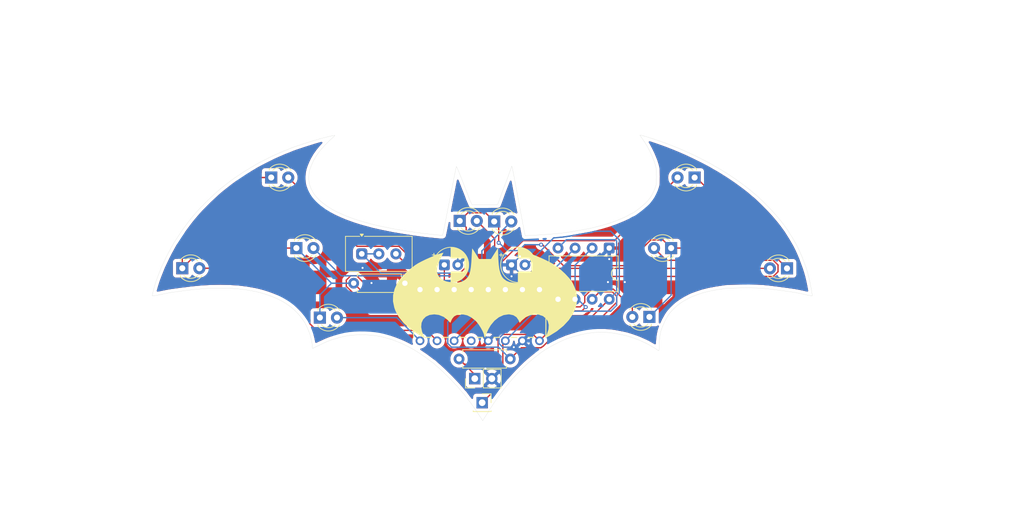
<source format=kicad_pcb>
(kicad_pcb (version 20241229) (generator "pcbnew") (generator_version "9.0")
  (layers (0 "F.Cu" signal) (2 "B.Cu" signal) (13 "F.Paste" user) (15 "B.Paste" user) (5 "F.SilkS" user "F.Silkscreen") (7 "B.SilkS" user "B.Silkscreen") (1 "F.Mask" user) (3 "B.Mask" user) (25 "Edge.Cuts" user))
  (net 0 "")
  (net 1 "GND")
  (net 2 "TR")
  (net 3 "Net-(U1-CV)")
  (net 4 "Net-(D1-A)")
  (net 5 "Net-(D1-K)")
  (net 6 "Net-(D2-A)")
  (net 7 "Net-(D5-A)")
  (net 8 "Net-(D6-A)")
  (net 9 "Net-(D7-A)")
  (net 10 "Net-(D8-A)")
  (net 11 "Net-(D9-A)")
  (net 12 "Net-(D10-A)")
  (net 13 "Net-(D11-A)")
  (net 14 "Net-(D12-A)")
  (net 15 "Net-(U1-DIS)")
  (net 16 "+5V")
  (net 17 "OUT")
  (footprint "LED_THT:LED_D3.0mm" (layer "F.Cu") (at 188.278618 102.766645 180)
    (property "Reference" "D12" (hide yes))
    (property "Value" "LED")
  )
  (footprint "Resistor_THT:R_Axial_DIN0207_L6.3mm_D2.5mm_P7.62mm_Horizontal" (layer "F.Cu") (at 123.788618 104.976645)
    (property "Reference" "R4" (hide yes))
    (property "Value" "470")
  )
  (footprint "LED_THT:LED_D3.0mm" (layer "F.Cu") (at 115.258618 99.746645)
    (property "Reference" "D2" (hide yes))
    (property "Value" "LED")
  )
  (footprint "LED_THT:LED_D3.0mm" (layer "F.Cu") (at 171.028618 99.746645 180)
    (property "Reference" "D10" (hide yes))
    (property "Value" "LED")
  )
  (footprint "Connector_PinHeader_2.54mm:PinHeader_1x02_P2.54mm_Vertical" (layer "F.Cu") (at 141.808618 119.176645 90)
    (property "Reference" "J1" (hide yes))
    (property "Value" "Conn_01x02_Socket")
  )
  (footprint "Potentiometer_THT:Potentiometer_Vishay_T93YA_Vertical" (layer "F.Cu") (at 124.988618 100.609145)
    (property "Reference" "RV1" (hide yes))
    (property "Value" "50k")
  )
  (footprint "LED_THT:LED_D3.0mm" (layer "F.Cu") (at 111.508618 89.246645)
    (property "Reference" "D9" (hide yes))
    (property "Value" "LED")
  )
  (footprint "LED_THT:LED_D3.0mm" (layer "F.Cu") (at 118.758618 110.096645)
    (property "Reference" "D5" (hide yes))
    (property "Value" "LED")
  )
  (footprint "Capacitor_THT:CP_Radial_D5.0mm_P2.00mm" (layer "F.Cu") (at 137.278618 102.246645)
    (property "Reference" "C3" (hide yes))
    (property "Value" "1 uF")
  )
  (footprint "Package_DIP:DIP-8_W7.62mm" (layer "F.Cu") (at 161.818618 99.746645 -90)
    (property "Reference" "U1" (hide yes))
    (property "Value" "NE555P")
  )
  (footprint "LED_THT:LED_D3.0mm" (layer "F.Cu") (at 174.528618 89.246645 180)
    (property "Reference" "D7" (hide yes))
    (property "Value" "LED")
  )
  (footprint "Capacitor_THT:CP_Radial_D5.0mm_P2.00mm" (layer "F.Cu") (at 147.278618 102.246645)
    (property "Reference" "C4" (hide yes))
    (property "Value" "0.01 uF")
  )
  (footprint "Connector_PinSocket_2.54mm:PinSocket_1x01_P2.54mm_Vertical" (layer "F.Cu") (at 142.908618 122.756645)
    (property "Reference" "TP3" (hide yes))
    (property "Value" "TestPoint")
  )
  (footprint "LOGO" (layer "F.Cu") (at 143.329628 106.634587)
    (property "Reference" "G***")
    (property "Value" "LOGO" (hide yes))
  )
  (footprint "LED_THT:LED_D3.0mm" (layer "F.Cu") (at 144.698618 95.786645)
    (property "Reference" "D1" (hide yes))
    (property "Value" "LED")
  )
  (footprint "LED_THT:LED_D3.0mm" (layer "F.Cu") (at 98.278618 102.746645)
    (property "Reference" "D8" (hide yes))
    (property "Value" "LED")
  )
  (footprint "Resistor_THT:R_Axial_DIN0207_L6.3mm_D2.5mm_P7.62mm_Horizontal" (layer "F.Cu") (at 139.468618 116.246645)
    (property "Reference" "R1" (hide yes))
    (property "Value" "1k")
  )
  (footprint "LED_THT:LED_D3.0mm" (layer "F.Cu") (at 139.568618 95.706645)
    (property "Reference" "D11" (hide yes))
    (property "Value" "LED")
  )
  (footprint "LED_THT:LED_D3.0mm" (layer "F.Cu") (at 167.798618 109.996645 180)
    (property "Reference" "D6" (hide yes))
    (property "Value" "LED")
  )
  (footprint "Custom_Imports:N16" (layer "F.Cu") (at 133.658618 113.546645 -90)
    (property "Reference" "U2")
    (property "Value" "4017")
  )
  (gr_poly (pts (xy 131.368618 104.376645) (xy 131.548618 103.286645) (xy 133.088618 104.756645) (xy 134.168618 105.676645) (xy 132.808618 106.026645) (xy 131.768618 105.516645)) (stroke (width 0.2)) (fill yes) (layer "F.Cu") (net 1))
  (gr_line (start 161.628618 104.806645) (end 164.138618 104.806645) (stroke (width 0.508)) (layer "F.Cu") (net 1))
  (gr_line (start 147.33441 87.590334) (end 147.300471 87.571535) (stroke (width 0.03)) (layer "Edge.Cuts"))
  (gr_line (start 100.43001 94.341875) (end 100.032278 94.810818) (stroke (width 0.03)) (layer "Edge.Cuts"))
  (gr_line (start 131.905217 114.412413) (end 132.623942 114.806313) (stroke (width 0.03)) (layer "Edge.Cuts"))
  (gr_line (start 189.97688 99.830575) (end 189.689506 99.259636) (stroke (width 0.03)) (layer "Edge.Cuts"))
  (gr_line (start 99.746371 105.947225) (end 101.20771 105.807675) (stroke (width 0.03)) (layer "Edge.Cuts"))
  (gr_line (start 146.235383 90.498106) (end 145.914602 91.342286) (stroke (width 0.03)) (layer "Edge.Cuts"))
  (gr_line (start 117.793074 91.545135) (end 117.58564 91.173734) (stroke (width 0.03)) (layer "Edge.Cuts"))
  (gr_line (start 94.716954 103.75374) (end 94.428188 104.521032) (stroke (width 0.03)) (layer "Edge.Cuts"))
  (gr_line (start 189.072404 98.187167) (end 188.755063 97.684459) (stroke (width 0.03)) (layer "Edge.Cuts"))
  (gr_line (start 139.903053 121.161376) (end 140.025364 121.312242) (stroke (width 0.03)) (layer "Edge.Cuts"))
  (gr_line (start 186.473401 94.652067) (end 185.711443 93.829539) (stroke (width 0.03)) (layer "Edge.Cuts"))
  (gr_line (start 177.767144 105.966245) (end 179.143856 105.758648) (stroke (width 0.03)) (layer "Edge.Cuts"))
  (gr_line (start 124.771946 95.712306) (end 124.031112 95.473017) (stroke (width 0.03)) (layer "Edge.Cuts"))
  (gr_line (start 168.728844 90.577482) (end 168.56541 91.019122) (stroke (width 0.03)) (layer "Edge.Cuts"))
  (gr_line (start 162.580928 112.429433) (end 163.427596 112.590299) (stroke (width 0.03)) (layer "Edge.Cuts"))
  (gr_line (start 179.673023 88.850492) (end 178.400039 88.049459) (stroke (width 0.03)) (layer "Edge.Cuts"))
  (gr_line (start 177.640174 87.614146) (end 177.332464 87.43624) (stroke (width 0.03)) (layer "Edge.Cuts"))
  (gr_line (start 137.368449 96.186652) (end 137.176891 97.146878) (stroke (width 0.03)) (layer "Edge.Cuts"))
  (gr_line (start 167.419473 113.966663) (end 167.982718 114.284163) (stroke (width 0.03)) (layer "Edge.Cuts"))
  (gr_line (start 120.144606 113.532017) (end 120.565069 113.38315) (stroke (width 0.03)) (layer "Edge.Cuts"))
  (gr_line (start 96.490616 99.941409) (end 96.274136 100.328625) (stroke (width 0.03)) (layer "Edge.Cuts"))
  (gr_line (start 154.612706 113.618772) (end 155.490091 113.244985) (stroke (width 0.03)) (layer "Edge.Cuts"))
  (gr_line (start 117.665604 114.69178) (end 118.467133 114.289561) (stroke (width 0.03)) (layer "Edge.Cuts"))
  (gr_line (start 117.257616 112.556783) (end 117.389646 112.99574) (stroke (width 0.03)) (layer "Edge.Cuts"))
  (gr_line (start 174.963436 106.663788) (end 175.770463 106.398564) (stroke (width 0.03)) (layer "Edge.Cuts"))
  (gr_line (start 173.860017 107.098022) (end 174.283351 106.909692) (stroke (width 0.03)) (layer "Edge.Cuts"))
  (gr_line (start 165.804455 113.260119) (end 166.257012 113.438058) (stroke (width 0.03)) (layer "Edge.Cuts"))
  (gr_line (start 145.165566 122.084667) (end 145.463487 121.67488) (stroke (width 0.03)) (layer "Edge.Cuts"))
  (gr_line (start 146.533886 120.266925) (end 146.756454 119.999167) (stroke (width 0.03)) (layer "Edge.Cuts"))
  (gr_line (start 158.486486 112.453516) (end 159.432385 112.328203) (stroke (width 0.03)) (layer "Edge.Cuts"))
  (gr_line (start 106.097559 89.289268) (end 105.438007 89.767021) (stroke (width 0.03)) (layer "Edge.Cuts"))
  (gr_line (start 147.416828 87.897872) (end 147.33441 87.590334) (stroke (width 0.03)) (layer "Edge.Cuts"))
  (gr_line (start 103.922766 105.709382) (end 105.32087 105.73453) (stroke (width 0.03)) (layer "Edge.Cuts"))
  (gr_line (start 138.09313 119.160907) (end 139.17671 120.30265) (stroke (width 0.03)) (layer "Edge.Cuts"))
  (gr_line (start 97.025273 98.971267) (end 96.720645 99.518075) (stroke (width 0.03)) (layer "Edge.Cuts"))
  (gr_line (start 110.563812 86.611692) (end 109.867248 86.966936) (stroke (width 0.03)) (layer "Edge.Cuts"))
  (gr_line (start 115.56444 109.579339) (end 116.073797 110.210206) (stroke (width 0.03)) (layer "Edge.Cuts"))
  (gr_line (start 168.547392 114.601663) (end 168.857696 114.81333) (stroke (width 0.03)) (layer "Edge.Cuts"))
  (gr_line (start 184.702599 105.739914) (end 185.493859 105.819925) (stroke (width 0.03)) (layer "Edge.Cuts"))
  (gr_line (start 141.380223 93.276233) (end 141.268357 93.024879) (stroke (width 0.03)) (layer "Edge.Cuts"))
  (gr_line (start 173.217185 107.442775) (end 173.860017 107.098022) (stroke (width 0.03)) (layer "Edge.Cuts"))
  (gr_line (start 117.428501 87.608176) (end 117.634132 87.118482) (stroke (width 0.03)) (layer "Edge.Cuts"))
  (gr_line (start 130.688721 113.839874) (end 131.228947 114.073888) (stroke (width 0.03)) (layer "Edge.Cuts"))
  (gr_line (start 116.073797 110.210206) (end 116.476513 110.791661) (stroke (width 0.03)) (layer "Edge.Cuts"))
  (gr_line (start 110.859069 106.680547) (end 111.458766 106.893632) (stroke (width 0.03)) (layer "Edge.Cuts"))
  (gr_line (start 156.48412 112.91917) (end 157.493325 112.652926) (stroke (width 0.03)) (layer "Edge.Cuts"))
  (gr_line (start 112.151313 85.840961) (end 111.754941 86.014541) (stroke (width 0.03)) (layer "Edge.Cuts"))
  (gr_line (start 140.100803 121.375001) (end 140.171526 121.439903) (stroke (width 0.03)) (layer "Edge.Cuts"))
  (gr_line (start 184.777777 92.88713) (end 183.932754 92.080799) (stroke (width 0.03)) (layer "Edge.Cuts"))
  (gr_line (start 99.7161 95.181234) (end 99.435219 95.525193) (stroke (width 0.03)) (layer "Edge.Cuts"))
  (gr_line (start 136.069556 97.770713) (end 134.349869 97.589315) (stroke (width 0.03)) (layer "Edge.Cuts"))
  (gr_line (start 96.533941 106.368228) (end 98.022554 106.161873) (stroke (width 0.03)) (layer "Edge.Cuts"))
  (gr_line (start 188.755063 97.684459) (end 188.541703 97.344734) (stroke (width 0.03)) (layer "Edge.Cuts"))
  (gr_line (start 129.744211 96.892197) (end 127.894032 96.514206) (stroke (width 0.03)) (layer "Edge.Cuts"))
  (gr_line (start 181.346143 105.67795) (end 182.625352 105.668813) (stroke (width 0.03)) (layer "Edge.Cuts"))
  (gr_line (start 169.268749 113.790088) (end 169.32204 113.171193) (stroke (width 0.03)) (layer "Edge.Cuts"))
  (gr_line (start 155.622382 97.40273) (end 154.731784 97.522049) (stroke (width 0.03)) (layer "Edge.Cuts"))
  (gr_line (start 161.787919 96.056583) (end 160.616502 96.403848) (stroke (width 0.03)) (layer "Edge.Cuts"))
  (gr_line (start 145.463487 121.67488) (end 146.043315 120.882796) (stroke (width 0.03)) (layer "Edge.Cuts"))
  (gr_line (start 140.70871 122.164783) (end 141.033566 122.565627) (stroke (width 0.03)) (layer "Edge.Cuts"))
  (gr_line (start 136.433675 117.563973) (end 136.942934 118.031616) (stroke (width 0.03)) (layer "Edge.Cuts"))
  (gr_line (start 169.248856 114.376767) (end 169.268749 113.790088) (stroke (width 0.03)) (layer "Edge.Cuts"))
  (gr_line (start 136.016745 117.210245) (end 136.433675 117.563973) (stroke (width 0.03)) (layer "Edge.Cuts"))
  (gr_line (start 103.938978 90.941515) (end 103.386628 91.417117) (stroke (width 0.03)) (layer "Edge.Cuts"))
  (gr_line (start 122.15892 94.758218) (end 121.570486 94.491677) (stroke (width 0.03)) (layer "Edge.Cuts"))
  (gr_line (start 168.699845 87.455714) (end 168.781414 87.788551) (stroke (width 0.03)) (layer "Edge.Cuts"))
  (gr_line (start 163.427596 112.590299) (end 164.325757 112.778088) (stroke (width 0.03)) (layer "Edge.Cuts"))
  (gr_line (start 95.226066 102.483739) (end 94.716954 103.75374) (stroke (width 0.03)) (layer "Edge.Cuts"))
  (gr_line (start 178.400039 88.049459) (end 177.640174 87.614146) (stroke (width 0.03)) (layer "Edge.Cuts"))
  (gr_line (start 166.793944 113.679696) (end 167.419473 113.966663) (stroke (width 0.03)) (layer "Edge.Cuts"))
  (gr_line (start 173.719894 85.591035) (end 172.634849 85.10649) (stroke (width 0.03)) (layer "Edge.Cuts"))
  (gr_line (start 171.517891 84.640558) (end 170.410527 84.209969) (stroke (width 0.03)) (layer "Edge.Cuts"))
  (gr_line (start 95.932345 106.480484) (end 96.533941 106.368228) (stroke (width 0.03)) (layer "Edge.Cuts"))
  (gr_line (start 131.042575 97.111001) (end 129.744211 96.892197) (stroke (width 0.03)) (layer "Edge.Cuts"))
  (gr_line (start 162.71322 95.737706) (end 161.787919 96.056583) (stroke (width 0.03)) (layer "Edge.Cuts"))
  (gr_line (start 139.6027 120.785857) (end 139.903053 121.161376) (stroke (width 0.03)) (layer "Edge.Cuts"))
  (gr_line (start 188.541703 97.344734) (end 188.355912 97.050358) (stroke (width 0.03)) (layer "Edge.Cuts"))
  (gr_line (start 113.945097 85.087447) (end 113.416446 85.285811) (stroke (width 0.03)) (layer "Edge.Cuts"))
  (gr_line (start 158.956134 96.821917) (end 157.209883 97.136136) (stroke (width 0.03)) (layer "Edge.Cuts"))
  (gr_line (start 119.159588 93.019885) (end 118.825523 92.733848) (stroke (width 0.03)) (layer "Edge.Cuts"))
  (gr_line (start 142.63964 124.894914) (end 142.99196 125.450645) (stroke (width 0.03)) (layer "Edge.Cuts"))
  (gr_line (start 148.161763 91.821024) (end 147.792404 89.836648) (stroke (width 0.03)) (layer "Edge.Cuts"))
  (gr_line (start 124.031112 95.473017) (end 123.343195 95.22796) (stroke (width 0.03)) (layer "Edge.Cuts"))
  (gr_line (start 135.189816 116.545347) (end 135.538008 116.796436) (stroke (width 0.03)) (layer "Edge.Cuts"))
  (gr_line (start 136.955761 97.83366) (end 136.770841 97.83164) (stroke (width 0.03)) (layer "Edge.Cuts"))
  (gr_line (start 183.436723 91.666507) (end 183.2449 91.502889) (stroke (width 0.03)) (layer "Edge.Cuts"))
  (gr_line (start 183.7453 105.689505) (end 184.702599 105.739914) (stroke (width 0.03)) (layer "Edge.Cuts"))
  (gr_line (start 170.410527 84.209969) (end 169.354266 83.831449) (stroke (width 0.03)) (layer "Edge.Cuts"))
  (gr_line (start 189.689506 99.259636) (end 189.41795 98.785126) (stroke (width 0.03)) (layer "Edge.Cuts"))
  (gr_line (start 140.294478 90.577482) (end 139.935862 89.651439) (stroke (width 0.03)) (layer "Edge.Cuts"))
  (gr_line (start 190.270423 100.473973) (end 189.97688 99.830575) (stroke (width 0.03)) (layer "Edge.Cuts"))
  (gr_line (start 146.756454 119.999167) (end 147.081204 119.602291) (stroke (width 0.03)) (layer "Edge.Cuts"))
  (gr_line (start 136.942934 118.031616) (end 138.09313 119.160907) (stroke (width 0.03)) (layer "Edge.Cuts"))
  (gr_line (start 151.256755 115.622691) (end 151.838838 115.183641) (stroke (width 0.03)) (layer "Edge.Cuts"))
  (gr_line (start 119.894095 93.560802) (end 119.159588 93.019885) (stroke (width 0.03)) (layer "Edge.Cuts"))
  (gr_line (start 147.300471 87.571535) (end 147.288002 87.60695) (stroke (width 0.03)) (layer "Edge.Cuts"))
  (gr_line (start 111.458766 106.893632) (end 112.031991 107.121489) (stroke (width 0.03)) (layer "Edge.Cuts"))
  (gr_line (start 185.493859 105.819925) (end 186.76386 105.978252) (stroke (width 0.03)) (layer "Edge.Cuts"))
  (gr_line (start 186.76386 105.978252) (end 188.351361 106.188808) (stroke (width 0.03)) (layer "Edge.Cuts"))
  (gr_line (start 126.701951 96.24662) (end 125.618613 95.949426) (stroke (width 0.03)) (layer "Edge.Cuts"))
  (gr_line (start 165.327777 94.533344) (end 165.161835 94.599151) (stroke (width 0.03)) (layer "Edge.Cuts"))
  (gr_line (start 167.429436 92.85362) (end 167.136324 93.135619) (stroke (width 0.03)) (layer "Edge.Cuts"))
  (gr_line (start 169.234185 114.856279) (end 169.248856 114.376767) (stroke (width 0.03)) (layer "Edge.Cuts"))
  (gr_line (start 151.705253 97.774875) (end 150.163919 97.858714) (stroke (width 0.03)) (layer "Edge.Cuts"))
  (gr_line (start 168.300906 86.320756) (end 168.511038 86.847172) (stroke (width 0.03)) (layer "Edge.Cuts"))
  (gr_line (start 175.770463 106.398564) (end 176.673856 106.1728) (stroke (width 0.03)) (layer "Edge.Cuts"))
  (gr_line (start 98.89187 96.239568) (end 98.407252 96.891462) (stroke (width 0.03)) (layer "Edge.Cuts"))
  (gr_line (start 164.325757 112.778088) (end 165.041555 112.996118) (stroke (width 0.03)) (layer "Edge.Cuts"))
  (gr_line (start 138.080232 92.535399) (end 137.713096 94.413942) (stroke (width 0.03)) (layer "Edge.Cuts"))
  (gr_line (start 114.983819 108.991574) (end 115.56444 109.579339) (stroke (width 0.03)) (layer "Edge.Cuts"))
  (gr_line (start 138.369792 91.08019) (end 138.080232 92.535399) (stroke (width 0.03)) (layer "Edge.Cuts"))
  (gr_line (start 170.118363 110.600281) (end 170.530775 109.861983) (stroke (width 0.03)) (layer "Edge.Cuts"))
  (gr_line (start 191.7017 104.848513) (end 191.492867 103.938948) (stroke (width 0.03)) (layer "Edge.Cuts"))
  (gr_line (start 187.716361 96.167443) (end 187.241625 95.560548) (stroke (width 0.03)) (layer "Edge.Cuts"))
  (gr_line (start 139.065858 87.614146) (end 138.827065 88.728598) (stroke (width 0.03)) (layer "Edge.Cuts"))
  (gr_line (start 147.071361 88.239304) (end 146.783812 89.042897) (stroke (width 0.03)) (layer "Edge.Cuts"))
  (gr_line (start 94.428188 104.521032) (end 94.195936 105.261866) (stroke (width 0.03)) (layer "Edge.Cuts"))
  (gr_line (start 139.179536 87.799024) (end 139.101782 87.648046) (stroke (width 0.03)) (layer "Edge.Cuts"))
  (gr_line (start 179.932658 105.715263) (end 181.346143 105.67795) (stroke (width 0.03)) (layer "Edge.Cuts"))
  (gr_line (start 143.269984 124.987095) (end 143.671728 124.35982) (stroke (width 0.03)) (layer "Edge.Cuts"))
  (gr_line (start 153.326975 97.654376) (end 151.705253 97.774875) (stroke (width 0.03)) (layer "Edge.Cuts"))
  (gr_line (start 182.108937 90.577482) (end 181.541617 90.154148) (stroke (width 0.03)) (layer "Edge.Cuts"))
  (gr_line (start 170.530775 109.861983) (end 170.736465 109.552228) (stroke (width 0.03)) (layer "Edge.Cuts"))
  (gr_line (start 128.202324 113.010458) (end 129.362946 113.337874) (stroke (width 0.03)) (layer "Edge.Cuts"))
  (gr_line (start 166.584732 82.965102) (end 166.390931 82.939432) (stroke (width 0.03)) (layer "Edge.Cuts"))
  (gr_line (start 139.935862 89.651439) (end 139.414738 88.35498) (stroke (width 0.03)) (layer "Edge.Cuts"))
  (gr_line (start 148.891286 117.664819) (end 149.489909 117.08467) (stroke (width 0.03)) (layer "Edge.Cuts"))
  (gr_line (start 123.343195 95.22796) (end 122.697936 94.992494) (stroke (width 0.03)) (layer "Edge.Cuts"))
  (gr_line (start 149.113364 96.927486) (end 148.822692 95.366443) (stroke (width 0.03)) (layer "Edge.Cuts"))
  (gr_line (start 155.490091 113.244985) (end 156.48412 112.91917) (stroke (width 0.03)) (layer "Edge.Cuts"))
  (gr_line (start 118.825523 92.733848) (end 118.517533 92.44064) (stroke (width 0.03)) (layer "Edge.Cuts"))
  (gr_line (start 120.942471 82.967266) (end 120.622692 83.022154) (stroke (width 0.03)) (layer "Edge.Cuts"))
  (gr_line (start 191.31325 103.292785) (end 191.091546 102.599236) (stroke (width 0.03)) (layer "Edge.Cuts"))
  (gr_line (start 114.16236 108.315318) (end 114.540873 108.599745) (stroke (width 0.03)) (layer "Edge.Cuts"))
  (gr_line (start 169.400214 112.597303) (end 169.49476 112.145641) (stroke (width 0.03)) (layer "Edge.Cuts"))
  (gr_line (start 140.171526 121.439903) (end 140.282413 121.595928) (stroke (width 0.03)) (layer "Edge.Cuts"))
  (gr_line (start 179.143856 105.758648) (end 179.932658 105.715263) (stroke (width 0.03)) (layer "Edge.Cuts"))
  (gr_line (start 163.54343 95.397717) (end 162.71322 95.737706) (stroke (width 0.03)) (layer "Edge.Cuts"))
  (gr_line (start 117.099928 112.115805) (end 117.257616 112.556783) (stroke (width 0.03)) (layer "Edge.Cuts"))
  (gr_line (start 143.671728 124.35982) (end 143.7955 124.156779) (stroke (width 0.03)) (layer "Edge.Cuts"))
  (gr_line (start 120.565069 113.38315) (end 121.665306 113.058169) (stroke (width 0.03)) (layer "Edge.Cuts"))
  (gr_line (start 117.26693 90.44519) (end 117.194235 90.175582) (stroke (width 0.03)) (layer "Edge.Cuts"))
  (gr_line (start 121.120694 94.282973) (end 120.69736 94.044107) (stroke (width 0.03)) (layer "Edge.Cuts"))
  (gr_line (start 167.982718 114.284163) (end 168.547392 114.601663) (stroke (width 0.03)) (layer "Edge.Cuts"))
  (gr_line (start 192.007902 106.538895) (end 191.886898 105.789822) (stroke (width 0.03)) (layer "Edge.Cuts"))
  (gr_line (start 192.024151 106.87175) (end 192.031656 106.771349) (stroke (width 0.03)) (layer "Edge.Cuts"))
  (gr_line (start 167.136324 93.135619) (end 166.368203 93.787713) (stroke (width 0.03)) (layer "Edge.Cuts"))
  (gr_line (start 161.929745 112.337557) (end 162.580928 112.429433) (stroke (width 0.03)) (layer "Edge.Cuts"))
  (gr_line (start 102.551524 105.732102) (end 103.922766 105.709382) (stroke (width 0.03)) (layer "Edge.Cuts"))
  (gr_line (start 141.268357 93.024879) (end 140.963411 92.32278) (stroke (width 0.03)) (layer "Edge.Cuts"))
  (gr_line (start 119.569666 84.368534) (end 120.098793 83.831251) (stroke (width 0.03)) (layer "Edge.Cuts"))
  (gr_line (start 113.421314 107.829225) (end 113.791943 108.050682) (stroke (width 0.03)) (layer "Edge.Cuts"))
  (gr_line (start 139.17671 120.30265) (end 139.6027 120.785857) (stroke (width 0.03)) (layer "Edge.Cuts"))
  (gr_line (start 93.825599 106.790279) (end 93.838775 106.855077) (stroke (width 0.03)) (layer "Edge.Cuts"))
  (gr_line (start 168.795136 90.332398) (end 168.728844 90.577482) (stroke (width 0.03)) (layer "Edge.Cuts"))
  (gr_line (start 147.549728 88.566647) (end 147.416828 87.897872) (stroke (width 0.03)) (layer "Edge.Cuts"))
  (gr_line (start 187.241625 95.560548) (end 186.473401 94.652067) (stroke (width 0.03)) (layer "Edge.Cuts"))
  (gr_line (start 165.041555 112.996118) (end 165.804455 113.260119) (stroke (width 0.03)) (layer "Edge.Cuts"))
  (gr_line (start 188.351361 106.188808) (end 189.458961 106.35232) (stroke (width 0.03)) (layer "Edge.Cuts"))
  (gr_line (start 176.673856 106.1728) (end 177.767144 105.966245) (stroke (width 0.03)) (layer "Edge.Cuts"))
  (gr_line (start 130.028268 113.575714) (end 130.688721 113.839874) (stroke (width 0.03)) (layer "Edge.Cuts"))
  (gr_line (start 107.786102 105.966714) (end 109.072673 106.194417) (stroke (width 0.03)) (layer "Edge.Cuts"))
  (gr_line (start 168.345462 91.505078) (end 168.113647 91.943955) (stroke (width 0.03)) (layer "Edge.Cuts"))
  (gr_line (start 172.028076 108.229136) (end 172.317601 108.015862) (stroke (width 0.03)) (layer "Edge.Cuts"))
  (gr_line (start 168.781414 87.788551) (end 168.825979 88.089748) (stroke (width 0.03)) (layer "Edge.Cuts"))
  (gr_line (start 167.430015 84.525464) (end 167.756228 85.133365) (stroke (width 0.03)) (layer "Edge.Cuts"))
  (gr_line (start 169.071903 114.96282) (end 169.193241 115.024997) (stroke (width 0.03)) (layer "Edge.Cuts"))
  (gr_line (start 176.742602 87.098129) (end 175.844135 86.626946) (stroke (width 0.03)) (layer "Edge.Cuts"))
  (gr_line (start 117.278889 88.03748) (end 117.428501 87.608176) (stroke (width 0.03)) (layer "Edge.Cuts"))
  (gr_line (start 133.291535 115.206448) (end 134.396568 115.948406) (stroke (width 0.03)) (layer "Edge.Cuts"))
  (gr_line (start 96.720645 99.518075) (end 96.490616 99.941409) (stroke (width 0.03)) (layer "Edge.Cuts"))
  (gr_line (start 159.432385 112.328203) (end 160.245762 112.283425) (stroke (width 0.03)) (layer "Edge.Cuts"))
  (gr_line (start 93.871292 106.875825) (end 94.782141 106.713655) (stroke (width 0.03)) (layer "Edge.Cuts"))
  (gr_line (start 149.247931 97.582541) (end 149.113364 96.927486) (stroke (width 0.03)) (layer "Edge.Cuts"))
  (gr_line (start 167.756228 85.133365) (end 168.077192 85.791799) (stroke (width 0.03)) (layer "Edge.Cuts"))
  (gr_line (start 93.838775 106.855077) (end 93.871292 106.875825) (stroke (width 0.03)) (layer "Edge.Cuts"))
  (gr_line (start 116.476513 110.791661) (end 116.709017 111.232152) (stroke (width 0.03)) (layer "Edge.Cuts"))
  (gr_line (start 132.623942 114.806313) (end 133.291535 115.206448) (stroke (width 0.03)) (layer "Edge.Cuts"))
  (gr_line (start 161.114785 112.287715) (end 161.929745 112.337557) (stroke (width 0.03)) (layer "Edge.Cuts"))
  (gr_line (start 166.814582 83.566019) (end 167.004394 83.857061) (stroke (width 0.03)) (layer "Edge.Cuts"))
  (gr_line (start 153.572092 114.140613) (end 154.612706 113.618772) (stroke (width 0.03)) (layer "Edge.Cuts"))
  (gr_line (start 141.309103 122.937896) (end 141.951313 123.850027) (stroke (width 0.03)) (layer "Edge.Cuts"))
  (gr_line (start 149.489909 117.08467) (end 149.949606 116.671976) (stroke (width 0.03)) (layer "Edge.Cuts"))
  (gr_line (start 105.32087 105.73453) (end 106.572074 105.816863) (stroke (width 0.03)) (layer "Edge.Cuts"))
  (gr_line (start 181.541617 90.154148) (end 180.698561 89.541452) (stroke (width 0.03)) (layer "Edge.Cuts"))
  (gr_line (start 160.245762 112.283425) (end 161.114785 112.287715) (stroke (width 0.03)) (layer "Edge.Cuts"))
  (gr_line (start 182.778479 91.098923) (end 182.108937 90.577482) (stroke (width 0.03)) (layer "Edge.Cuts"))
  (gr_line (start 127.591273 112.873121) (end 128.202324 113.010458) (stroke (width 0.03)) (layer "Edge.Cuts"))
  (gr_line (start 115.035273 84.656579) (end 114.61194 84.808079) (stroke (width 0.03)) (layer "Edge.Cuts"))
  (gr_line (start 131.228947 114.073888) (end 131.905217 114.412413) (stroke (width 0.03)) (layer "Edge.Cuts"))
  (gr_line (start 148.822692 95.366443) (end 148.531386 93.8054) (stroke (width 0.03)) (layer "Edge.Cuts"))
  (gr_line (start 172.66156 107.77361) (end 173.217185 107.442775) (stroke (width 0.03)) (layer "Edge.Cuts"))
  (gr_line (start 116.221031 84.25854) (end 115.035273 84.656579) (stroke (width 0.03)) (layer "Edge.Cuts"))
  (gr_line (start 117.495659 113.431583) (end 117.575294 113.863221) (stroke (width 0.03)) (layer "Edge.Cuts"))
  (gr_line (start 117.148953 88.647352) (end 117.20337 88.337734) (stroke (width 0.03)) (layer "Edge.Cuts"))
  (gr_line (start 93.860358 106.513207) (end 93.825599 106.790279) (stroke (width 0.03)) (layer "Edge.Cuts"))
  (gr_line (start 170.736465 109.552228) (end 170.93203 109.301421) (stroke (width 0.03)) (layer "Edge.Cuts"))
  (gr_line (start 122.697936 94.992494) (end 122.15892 94.758218) (stroke (width 0.03)) (layer "Edge.Cuts"))
  (gr_line (start 118.236734 86.008971) (end 118.629799 85.453769) (stroke (width 0.03)) (layer "Edge.Cuts"))
  (gr_line (start 148.531386 93.8054) (end 148.161763 91.821024) (stroke (width 0.03)) (layer "Edge.Cuts"))
  (gr_line (start 145.563394 92.321245) (end 145.316114 92.997521) (stroke (width 0.03)) (layer "Edge.Cuts"))
  (gr_line (start 146.043315 120.882796) (end 146.533886 120.266925) (stroke (width 0.03)) (layer "Edge.Cuts"))
  (gr_line (start 168.56541 91.019122) (end 168.345462 91.505078) (stroke (width 0.03)) (layer "Edge.Cuts"))
  (gr_line (start 137.713096 94.413942) (end 137.368449 96.186652) (stroke (width 0.03)) (layer "Edge.Cuts"))
  (gr_line (start 117.194235 90.175582) (end 117.142785 89.887854) (stroke (width 0.03)) (layer "Edge.Cuts"))
  (gr_line (start 166.257012 113.438058) (end 166.793944 113.679696) (stroke (width 0.03)) (layer "Edge.Cuts"))
  (gr_line (start 102.143284 92.574253) (end 100.936571 93.791338) (stroke (width 0.03)) (layer "Edge.Cuts"))
  (gr_line (start 118.629799 85.453769) (end 119.060362 84.930154) (stroke (width 0.03)) (layer "Edge.Cuts"))
  (gr_line (start 147.792404 89.836648) (end 147.549728 88.566647) (stroke (width 0.03)) (layer "Edge.Cuts"))
  (gr_line (start 148.264067 118.302784) (end 148.891286 117.664819) (stroke (width 0.03)) (layer "Edge.Cuts"))
  (gr_line (start 169.607173 111.78699) (end 169.753467 111.400204) (stroke (width 0.03)) (layer "Edge.Cuts"))
  (gr_line (start 117.634132 87.118482) (end 117.854348 86.660588) (stroke (width 0.03)) (layer "Edge.Cuts"))
  (gr_line (start 170.93203 109.301421) (end 171.289243 108.914644) (stroke (width 0.03)) (layer "Edge.Cuts"))
  (gr_line (start 169.753467 111.400204) (end 170.118363 110.600281) (stroke (width 0.03)) (layer "Edge.Cuts"))
  (gr_line (start 110.250053 106.488685) (end 110.859069 106.680547) (stroke (width 0.03)) (layer "Edge.Cuts"))
  (gr_line (start 138.827065 88.728598) (end 138.369792 91.08019) (stroke (width 0.03)) (layer "Edge.Cuts"))
  (gr_line (start 123.174903 112.753216) (end 123.89147 112.686422) (stroke (width 0.03)) (layer "Edge.Cuts"))
  (gr_line (start 143.288981 93.275334) (end 141.380223 93.276233) (stroke (width 0.03)) (layer "Edge.Cuts"))
  (gr_line (start 111.172354 86.308374) (end 110.563812 86.611692) (stroke (width 0.03)) (layer "Edge.Cuts"))
  (gr_line (start 183.2449 91.502889) (end 182.778479 91.098923) (stroke (width 0.03)) (layer "Edge.Cuts"))
  (gr_line (start 191.492867 103.938948) (end 191.31325 103.292785) (stroke (width 0.03)) (layer "Edge.Cuts"))
  (gr_line (start 165.161835 94.599151) (end 165.038909 94.646829) (stroke (width 0.03)) (layer "Edge.Cuts"))
  (gr_line (start 104.400816 90.577482) (end 103.938978 90.941515) (stroke (width 0.03)) (layer "Edge.Cuts"))
  (gr_line (start 165.60933 94.356046) (end 165.327777 94.533344) (stroke (width 0.03)) (layer "Edge.Cuts"))
  (gr_line (start 105.438007 89.767021) (end 104.860503 90.217225) (stroke (width 0.03)) (layer "Edge.Cuts"))
  (gr_line (start 140.669393 91.519399) (end 140.294478 90.577482) (stroke (width 0.03)) (layer "Edge.Cuts"))
  (gr_line (start 121.665306 113.058169) (end 122.516901 112.8561) (stroke (width 0.03)) (layer "Edge.Cuts"))
  (gr_line (start 107.576089 88.305933) (end 106.097559 89.289268) (stroke (width 0.03)) (layer "Edge.Cuts"))
  (gr_line (start 117.58564 91.173734) (end 117.400024 90.787351) (stroke (width 0.03)) (layer "Edge.Cuts"))
  (gr_line (start 139.101782 87.648046) (end 139.065858 87.614146) (stroke (width 0.03)) (layer "Edge.Cuts"))
  (gr_line (start 175.844135 86.626946) (end 174.78669 86.099108) (stroke (width 0.03)) (layer "Edge.Cuts"))
  (gr_line (start 191.886898 105.789822) (end 191.7017 104.848513) (stroke (width 0.03)) (layer "Edge.Cuts"))
  (gr_line (start 172.634849 85.10649) (end 171.517891 84.640558) (stroke (width 0.03)) (layer "Edge.Cuts"))
  (gr_line (start 112.561593 107.357673) (end 113.030418 107.595734) (stroke (width 0.03)) (layer "Edge.Cuts"))
  (gr_line (start 101.20771 105.807675) (end 102.551524 105.732102) (stroke (width 0.03)) (layer "Edge.Cuts"))
  (gr_line (start 123.89147 112.686422) (end 124.644845 112.655127) (stroke (width 0.03)) (layer "Edge.Cuts"))
  (gr_line (start 112.827271 85.54304) (end 112.151313 85.840961) (stroke (width 0.03)) (layer "Edge.Cuts"))
  (gr_line (start 97.791785 97.800611) (end 97.025273 98.971267) (stroke (width 0.03)) (layer "Edge.Cuts"))
  (gr_line (start 118.047715 86.326683) (end 118.236734 86.008971) (stroke (width 0.03)) (layer "Edge.Cuts"))
  (gr_line (start 164.538807 94.941059) (end 164.052912 95.181234) (stroke (width 0.03)) (layer "Edge.Cuts"))
  (gr_line (start 171.289243 108.914644) (end 171.669941 108.542972) (stroke (width 0.03)) (layer "Edge.Cuts"))
  (gr_line (start 141.951313 123.850027) (end 142.63964 124.894914) (stroke (width 0.03)) (layer "Edge.Cuts"))
  (gr_line (start 111.754941 86.014541) (end 111.172354 86.308374) (stroke (width 0.03)) (layer "Edge.Cuts"))
  (gr_line (start 134.396568 115.948406) (end 135.189816 116.545347) (stroke (width 0.03)) (layer "Edge.Cuts"))
  (gr_line (start 114.61194 84.808079) (end 113.945097 85.087447) (stroke (width 0.03)) (layer "Edge.Cuts"))
  (gr_line (start 190.560481 101.165862) (end 190.270423 100.473973) (stroke (width 0.03)) (layer "Edge.Cuts"))
  (gr_line (start 183.624843 91.808651) (end 183.436723 91.666507) (stroke (width 0.03)) (layer "Edge.Cuts"))
  (gr_line (start 117.103523 89.276359) (end 117.148953 88.647352) (stroke (width 0.03)) (layer "Edge.Cuts"))
  (gr_line (start 118.238579 92.14267) (end 117.991624 91.842349) (stroke (width 0.03)) (layer "Edge.Cuts"))
  (gr_line (start 98.407252 96.891462) (end 97.791785 97.800611) (stroke (width 0.03)) (layer "Edge.Cuts"))
  (gr_line (start 137.176891 97.146878) (end 137.028618 97.816645) (stroke (width 0.03)) (layer "Edge.Cuts"))
  (gr_line (start 151.838838 115.183641) (end 152.163212 114.957717) (stroke (width 0.03)) (layer "Edge.Cuts"))
  (gr_line (start 132.762368 97.379394) (end 131.042575 97.111001) (stroke (width 0.03)) (layer "Edge.Cuts"))
  (gr_line (start 149.309156 97.893586) (end 149.247931 97.582541) (stroke (width 0.03)) (layer "Edge.Cuts"))
  (gr_line (start 190.120419 106.477944) (end 191.277628 106.736561) (stroke (width 0.03)) (layer "Edge.Cuts"))
  (gr_line (start 119.642307 113.738109) (end 120.144606 113.532017) (stroke (width 0.03)) (layer "Edge.Cuts"))
  (gr_line (start 140.282413 121.595928) (end 140.70871 122.164783) (stroke (width 0.03)) (layer "Edge.Cuts"))
  (gr_line (start 121.570486 94.491677) (end 121.120694 94.282973) (stroke (width 0.03)) (layer "Edge.Cuts"))
  (gr_line (start 146.523462 89.757273) (end 146.235383 90.498106) (stroke (width 0.03)) (layer "Edge.Cuts"))
  (gr_line (start 98.022554 106.161873) (end 99.746371 105.947225) (stroke (width 0.03)) (layer "Edge.Cuts"))
  (gr_line (start 134.349869 97.589315) (end 132.762368 97.379394) (stroke (width 0.03)) (layer "Edge.Cuts"))
  (gr_line (start 104.860503 90.217225) (end 104.400816 90.577482) (stroke (width 0.03)) (layer "Edge.Cuts"))
  (gr_line (start 137.028618 97.816645) (end 136.955761 97.83366) (stroke (width 0.03)) (layer "Edge.Cuts"))
  (gr_line (start 166.390931 82.939432) (end 166.560608 83.216233) (stroke (width 0.03)) (layer "Edge.Cuts"))
  (gr_line (start 185.711443 93.829539) (end 184.777777 92.88713) (stroke (width 0.03)) (layer "Edge.Cuts"))
  (gr_line (start 99.435219 95.525193) (end 98.89187 96.239568) (stroke (width 0.03)) (layer "Edge.Cuts"))
  (gr_line (start 177.332464 87.43624) (end 176.742602 87.098129) (stroke (width 0.03)) (layer "Edge.Cuts"))
  (gr_line (start 109.867248 86.966936) (end 109.122653 87.37686) (stroke (width 0.03)) (layer "Edge.Cuts"))
  (gr_line (start 143.94536 123.89717) (end 144.937178 122.400103) (stroke (width 0.03)) (layer "Edge.Cuts"))
  (gr_line (start 117.991624 91.842349) (end 117.793074 91.545135) (stroke (width 0.03)) (layer "Edge.Cuts"))
  (gr_line (start 127.894032 96.514206) (end 126.701951 96.24662) (stroke (width 0.03)) (layer "Edge.Cuts"))
  (gr_line (start 119.060362 84.930154) (end 119.569666 84.368534) (stroke (width 0.03)) (layer "Edge.Cuts"))
  (gr_line (start 145.197792 93.274434) (end 143.288981 93.275334) (stroke (width 0.03)) (layer "Edge.Cuts"))
  (gr_line (start 125.41327 112.658741) (end 126.174988 112.696672) (stroke (width 0.03)) (layer "Edge.Cuts"))
  (gr_line (start 160.616502 96.403848) (end 158.956134 96.821917) (stroke (width 0.03)) (layer "Edge.Cuts"))
  (gr_line (start 169.216784 114.981985) (end 169.234185 114.856279) (stroke (width 0.03)) (layer "Edge.Cuts"))
  (gr_line (start 117.575294 113.863221) (end 117.628192 114.289561) (stroke (width 0.03)) (layer "Edge.Cuts"))
  (gr_line (start 109.64887 106.324492) (end 110.250053 106.488685) (stroke (width 0.03)) (layer "Edge.Cuts"))
  (gr_line (start 113.791943 108.050682) (end 114.16236 108.315318) (stroke (width 0.03)) (layer "Edge.Cuts"))
  (gr_line (start 172.317601 108.015862) (end 172.66156 107.77361) (stroke (width 0.03)) (layer "Edge.Cuts"))
  (gr_line (start 126.174988 112.696672) (end 126.908241 112.768329) (stroke (width 0.03)) (layer "Edge.Cuts"))
  (gr_line (start 106.572074 105.816863) (end 107.786102 105.966714) (stroke (width 0.03)) (layer "Edge.Cuts"))
  (gr_line (start 174.283351 106.909692) (end 174.963436 106.663788) (stroke (width 0.03)) (layer "Edge.Cuts"))
  (gr_line (start 144.937178 122.400103) (end 145.165566 122.084667) (stroke (width 0.03)) (layer "Edge.Cuts"))
  (gr_line (start 150.163919 97.858714) (end 149.309156 97.893586) (stroke (width 0.03)) (layer "Edge.Cuts"))
  (gr_line (start 109.122653 87.37686) (end 107.576089 88.305933) (stroke (width 0.03)) (layer "Edge.Cuts"))
  (gr_line (start 117.854348 86.660588) (end 118.047715 86.326683) (stroke (width 0.03)) (layer "Edge.Cuts"))
  (gr_line (start 116.709017 111.232152) (end 116.916942 111.673897) (stroke (width 0.03)) (layer "Edge.Cuts"))
  (gr_line (start 169.193241 115.024997) (end 169.216784 114.981985) (stroke (width 0.03)) (layer "Edge.Cuts"))
  (gr_line (start 94.195936 105.261866) (end 93.981745 106.013953) (stroke (width 0.03)) (layer "Edge.Cuts"))
  (gr_line (start 120.976503 82.992701) (end 120.942471 82.967266) (stroke (width 0.03)) (layer "Edge.Cuts"))
  (gr_line (start 117.628192 114.289561) (end 117.665604 114.69178) (stroke (width 0.03)) (layer "Edge.Cuts"))
  (gr_line (start 142.99196 125.450645) (end 143.269984 124.987095) (stroke (width 0.03)) (layer "Edge.Cuts"))
  (gr_line (start 167.61156 92.641233) (end 167.429436 92.85362) (stroke (width 0.03)) (layer "Edge.Cuts"))
  (gr_line (start 189.458961 106.35232) (end 190.120419 106.477944) (stroke (width 0.03)) (layer "Edge.Cuts"))
  (gr_line (start 166.560608 83.216233) (end 166.814582 83.566019) (stroke (width 0.03)) (layer "Edge.Cuts"))
  (gr_line (start 191.091546 102.599236) (end 190.560481 101.165862) (stroke (width 0.03)) (layer "Edge.Cuts"))
  (gr_line (start 145.316114 92.997521) (end 145.197792 93.274434) (stroke (width 0.03)) (layer "Edge.Cuts"))
  (gr_line (start 140.025364 121.312242) (end 140.100803 121.375001) (stroke (width 0.03)) (layer "Edge.Cuts"))
  (gr_line (start 124.644845 112.655127) (end 125.41327 112.658741) (stroke (width 0.03)) (layer "Edge.Cuts"))
  (gr_line (start 189.41795 98.785126) (end 189.072404 98.187167) (stroke (width 0.03)) (layer "Edge.Cuts"))
  (gr_line (start 93.981745 106.013953) (end 93.860358 106.513207) (stroke (width 0.03)) (layer "Edge.Cuts"))
  (gr_line (start 167.068688 83.090774) (end 166.584732 82.965102) (stroke (width 0.03)) (layer "Edge.Cuts"))
  (gr_line (start 119.976787 83.167768) (end 118.739442 83.487332) (stroke (width 0.03)) (layer "Edge.Cuts"))
  (gr_line (start 126.908241 112.768329) (end 127.591273 112.873121) (stroke (width 0.03)) (layer "Edge.Cuts"))
  (gr_line (start 113.416446 85.285811) (end 112.827271 85.54304) (stroke (width 0.03)) (layer "Edge.Cuts"))
  (gr_line (start 129.362946 113.337874) (end 130.028268 113.575714) (stroke (width 0.03)) (layer "Edge.Cuts"))
  (gr_line (start 141.033566 122.565627) (end 141.309103 122.937896) (stroke (width 0.03)) (layer "Edge.Cuts"))
  (gr_line (start 180.698561 89.541452) (end 179.673023 88.850492) (stroke (width 0.03)) (layer "Edge.Cuts"))
  (gr_line (start 165.038909 94.646829) (end 164.538807 94.941059) (stroke (width 0.03)) (layer "Edge.Cuts"))
  (gr_line (start 117.389646 112.99574) (end 117.495659 113.431583) (stroke (width 0.03)) (layer "Edge.Cuts"))
  (gr_line (start 152.577664 114.699305) (end 153.572092 114.140613) (stroke (width 0.03)) (layer "Edge.Cuts"))
  (gr_line (start 145.914602 91.342286) (end 145.563394 92.321245) (stroke (width 0.03)) (layer "Edge.Cuts"))
  (gr_line (start 143.7955 124.156779) (end 143.94536 123.89717) (stroke (width 0.03)) (layer "Edge.Cuts"))
  (gr_line (start 157.493325 112.652926) (end 158.486486 112.453516) (stroke (width 0.03)) (layer "Edge.Cuts"))
  (gr_line (start 191.277628 106.736561) (end 192.024151 106.87175) (stroke (width 0.03)) (layer "Edge.Cuts"))
  (gr_line (start 120.69736 94.044107) (end 119.894095 93.560802) (stroke (width 0.03)) (layer "Edge.Cuts"))
  (gr_line (start 169.49476 112.145641) (end 169.607173 111.78699) (stroke (width 0.03)) (layer "Edge.Cuts"))
  (gr_line (start 118.739442 83.487332) (end 117.83499 83.74964) (stroke (width 0.03)) (layer "Edge.Cuts"))
  (gr_line (start 120.098793 83.831251) (end 120.588828 83.380652) (stroke (width 0.03)) (layer "Edge.Cuts"))
  (gr_line (start 147.081204 119.602291) (end 147.718585 118.888921) (stroke (width 0.03)) (layer "Edge.Cuts"))
  (gr_line (start 168.831826 90.071677) (end 168.795136 90.332398) (stroke (width 0.03)) (layer "Edge.Cuts"))
  (gr_line (start 192.031656 106.771349) (end 192.007902 106.538895) (stroke (width 0.03)) (layer "Edge.Cuts"))
  (gr_line (start 139.414738 88.35498) (end 139.179536 87.799024) (stroke (width 0.03)) (layer "Edge.Cuts"))
  (gr_line (start 125.618613 95.949426) (end 124.771946 95.712306) (stroke (width 0.03)) (layer "Edge.Cuts"))
  (gr_line (start 112.031991 107.121489) (end 112.561593 107.357673) (stroke (width 0.03)) (layer "Edge.Cuts"))
  (gr_line (start 169.354266 83.831449) (end 168.32239 83.478812) (stroke (width 0.03)) (layer "Edge.Cuts"))
  (gr_line (start 120.937953 83.0595) (end 120.976503 82.992701) (stroke (width 0.03)) (layer "Edge.Cuts"))
  (gr_line (start 122.516901 112.8561) (end 123.174903 112.753216) (stroke (width 0.03)) (layer "Edge.Cuts"))
  (gr_line (start 140.963411 92.32278) (end 140.885081 92.081692) (stroke (width 0.03)) (layer "Edge.Cuts"))
  (gr_line (start 135.667706 116.880409) (end 135.762163 116.969897) (stroke (width 0.03)) (layer "Edge.Cuts"))
  (gr_line (start 100.032278 94.810818) (end 99.7161 95.181234) (stroke (width 0.03)) (layer "Edge.Cuts"))
  (gr_line (start 103.386628 91.417117) (end 102.143284 92.574253) (stroke (width 0.03)) (layer "Edge.Cuts"))
  (gr_line (start 152.163212 114.957717) (end 152.577664 114.699305) (stroke (width 0.03)) (layer "Edge.Cuts"))
  (gr_line (start 136.770841 97.83164) (end 136.069556 97.770713) (stroke (width 0.03)) (layer "Edge.Cuts"))
  (gr_line (start 140.885081 92.081692) (end 140.669393 91.519399) (stroke (width 0.03)) (layer "Edge.Cuts"))
  (gr_line (start 118.517533 92.44064) (end 118.238579 92.14267) (stroke (width 0.03)) (layer "Edge.Cuts"))
  (gr_line (start 169.32204 113.171193) (end 169.400214 112.597303) (stroke (width 0.03)) (layer "Edge.Cuts"))
  (gr_line (start 171.669941 108.542972) (end 172.028076 108.229136) (stroke (width 0.03)) (layer "Edge.Cuts"))
  (gr_line (start 113.030418 107.595734) (end 113.421314 107.829225) (stroke (width 0.03)) (layer "Edge.Cuts"))
  (gr_line (start 168.825979 88.089748) (end 168.849599 89.095814) (stroke (width 0.03)) (layer "Edge.Cuts"))
  (gr_line (start 183.932754 92.080799) (end 183.624843 91.808651) (stroke (width 0.03)) (layer "Edge.Cuts"))
  (gr_line (start 117.142785 89.887854) (end 117.103523 89.276359) (stroke (width 0.03)) (layer "Edge.Cuts"))
  (gr_line (start 100.936571 93.791338) (end 100.43001 94.341875) (stroke (width 0.03)) (layer "Edge.Cuts"))
  (gr_line (start 117.20337 88.337734) (end 117.278889 88.03748) (stroke (width 0.03)) (layer "Edge.Cuts"))
  (gr_line (start 157.209883 97.136136) (end 155.622382 97.40273) (stroke (width 0.03)) (layer "Edge.Cuts"))
  (gr_line (start 168.857696 114.81333) (end 169.071903 114.96282) (stroke (width 0.03)) (layer "Edge.Cuts"))
  (gr_line (start 154.731784 97.522049) (end 153.326975 97.654376) (stroke (width 0.03)) (layer "Edge.Cuts"))
  (gr_line (start 168.32239 83.478812) (end 167.068688 83.090774) (stroke (width 0.03)) (layer "Edge.Cuts"))
  (gr_line (start 174.78669 86.099108) (end 173.719894 85.591035) (stroke (width 0.03)) (layer "Edge.Cuts"))
  (gr_line (start 96.274136 100.328625) (end 95.916265 101.032095) (stroke (width 0.03)) (layer "Edge.Cuts"))
  (gr_line (start 94.782141 106.713655) (end 95.932345 106.480484) (stroke (width 0.03)) (layer "Edge.Cuts"))
  (gr_line (start 147.288002 87.60695) (end 147.071361 88.239304) (stroke (width 0.03)) (layer "Edge.Cuts"))
  (gr_line (start 149.949606 116.671976) (end 150.75314 116.012535) (stroke (width 0.03)) (layer "Edge.Cuts"))
  (gr_line (start 150.75314 116.012535) (end 151.256755 115.622691) (stroke (width 0.03)) (layer "Edge.Cuts"))
  (gr_line (start 167.914614 92.244358) (end 167.61156 92.641233) (stroke (width 0.03)) (layer "Edge.Cuts"))
  (gr_line (start 120.622692 83.022154) (end 119.976787 83.167768) (stroke (width 0.03)) (layer "Edge.Cuts"))
  (gr_line (start 109.072673 106.194417) (end 109.64887 106.324492) (stroke (width 0.03)) (layer "Edge.Cuts"))
  (gr_line (start 116.916942 111.673897) (end 117.099928 112.115805) (stroke (width 0.03)) (layer "Edge.Cuts"))
  (gr_line (start 168.113647 91.943955) (end 167.914614 92.244358) (stroke (width 0.03)) (layer "Edge.Cuts"))
  (gr_line (start 147.718585 118.888921) (end 148.264067 118.302784) (stroke (width 0.03)) (layer "Edge.Cuts"))
  (gr_line (start 95.916265 101.032095) (end 95.226066 102.483739) (stroke (width 0.03)) (layer "Edge.Cuts"))
  (gr_line (start 168.511038 86.847172) (end 168.699845 87.455714) (stroke (width 0.03)) (layer "Edge.Cuts"))
  (gr_line (start 182.625352 105.668813) (end 183.7453 105.689505) (stroke (width 0.03)) (layer "Edge.Cuts"))
  (gr_line (start 120.588828 83.380652) (end 120.937953 83.0595) (stroke (width 0.03)) (layer "Edge.Cuts"))
  (gr_line (start 146.783812 89.042897) (end 146.523462 89.757273) (stroke (width 0.03)) (layer "Edge.Cuts"))
  (gr_line (start 117.83499 83.74964) (end 116.221031 84.25854) (stroke (width 0.03)) (layer "Edge.Cuts"))
  (gr_line (start 167.190555 84.148102) (end 167.430015 84.525464) (stroke (width 0.03)) (layer "Edge.Cuts"))
  (gr_line (start 166.368203 93.787713) (end 165.60933 94.356046) (stroke (width 0.03)) (layer "Edge.Cuts"))
  (gr_line (start 118.467133 114.289561) (end 119.642307 113.738109) (stroke (width 0.03)) (layer "Edge.Cuts"))
  (gr_line (start 168.077192 85.791799) (end 168.300906 86.320756) (stroke (width 0.03)) (layer "Edge.Cuts"))
  (gr_line (start 167.004394 83.857061) (end 167.190555 84.148102) (stroke (width 0.03)) (layer "Edge.Cuts"))
  (gr_line (start 135.762163 116.969897) (end 136.016745 117.210245) (stroke (width 0.03)) (layer "Edge.Cuts"))
  (gr_line (start 164.052912 95.181234) (end 163.54343 95.397717) (stroke (width 0.03)) (layer "Edge.Cuts"))
  (gr_line (start 114.540873 108.599745) (end 114.983819 108.991574) (stroke (width 0.03)) (layer "Edge.Cuts"))
  (gr_line (start 188.355912 97.050358) (end 187.716361 96.167443) (stroke (width 0.03)) (layer "Edge.Cuts"))
  (gr_line (start 117.400024 90.787351) (end 117.26693 90.44519) (stroke (width 0.03)) (layer "Edge.Cuts"))
  (gr_line (start 168.849599 89.095814) (end 168.831826 90.071677) (stroke (width 0.03)) (layer "Edge.Cuts"))
  (gr_line (start 135.538008 116.796436) (end 135.667706 116.880409) (stroke (width 0.03)) (layer "Edge.Cuts"))
  (segment (start 143.008618 117.666645) (end 143.388618 117.666645) (width 0.2) (layer "F.Cu") (net 1))
  (segment (start 126.438618 104.946645) (end 125.108618 103.616645) (width 0.254) (layer "F.Cu") (net 1))
  (segment (start 143.008618 117.666645) (end 142.938618 117.736645) (width 0.2) (layer "F.Cu") (net 1))
  (segment (start 125.108618 103.616645) (end 125.108618 102.696645) (width 0.254) (layer "F.Cu") (net 1))
  (segment (start 132.733618 104.471645) (end 131.598618 103.336645) (width 0.508) (layer "F.Cu") (net 1))
  (segment (start 143.388618 117.666645) (end 143.818618 117.666645) (width 0.2) (layer "F.Cu") (net 1))
  (segment (start 132.678618 104.416645) (end 132.733618 104.471645) (width 0.2) (layer "F.Cu") (net 1))
  (segment (start 143.818618 117.666645) (end 143.908618 117.756645) (width 0.2) (layer "F.Cu") (net 1))
  (segment (start 131.598618 103.336645) (end 131.598618 103.316645) (width 0.2) (layer "F.Cu") (net 1))
  (segment (start 133.658618 105.926645) (end 132.358618 105.926645) (width 0.508) (layer "F.Cu") (net 1))
  (segment (start 132.733618 104.471645) (end 133.008618 104.746645) (width 0.508) (layer "F.Cu") (net 1))
  (segment (start 132.358618 105.926645) (end 131.408618 104.976645) (width 0.508) (layer "F.Cu") (net 1))
  (segment (start 132.678618 105.166645) (end 132.678618 104.416645) (width 0.508) (layer "F.Cu") (net 1))
  (segment (start 131.598618 103.316645) (end 131.608618 103.306645) (width 0.2) (layer "F.Cu") (net 1))
  (via (at 161.628618 104.806645) (size 0.6) (drill 0.3) (layers "F.Cu" "B.Cu") (net 1))
  (via (at 126.438618 104.946645) (size 0.6) (drill 0.3) (layers "F.Cu" "B.Cu") (net 1))
  (via (at 143.388618 117.666645) (size 0.6) (drill 0.3) (layers "F.Cu" "B.Cu") (net 1))
  (via (at 148.538618 100.976645) (size 0.6) (drill 0.3) (layers "F.Cu" "B.Cu") (net 1))
  (via (at 161.818618 101.386645) (size 0.6) (drill 0.3) (layers "F.Cu" "B.Cu") (net 1))
  (via (at 147.618618 114.495345) (size 0.6) (drill 0.3) (layers "F.Cu" "B.Cu") (net 1))
  (via (at 164.138618 104.806645) (size 0.6) (drill 0.3) (layers "F.Cu" "B.Cu") (net 1))
  (via (at 147.278618 103.946645) (size 0.6) (drill 0.3) (layers "F.Cu" "B.Cu") (net 1))
  (via (at 125.108618 102.696645) (size 0.6) (drill 0.3) (layers "F.Cu" "B.Cu") (net 1))
  (segment (start 145.409918 113.93961) (end 145.409918 113.15368) (width 0.2) (layer "B.Cu") (net 1))
  (segment (start 147.949918 114.495345) (end 147.618618 114.495345) (width 0.2) (layer "B.Cu") (net 1))
  (segment (start 147.618618 114.495345) (end 145.965653 114.495345) (width 0.2) (layer "B.Cu") (net 1))
  (segment (start 148.518618 103.486645) (end 148.538618 103.486645) (width 0.2) (layer "B.Cu") (net 1))
  (segment (start 148.898618 113.546645) (end 150.028618 113.546645) (width 0.508) (layer "B.Cu") (net 1))
  (segment (start 145.409918 113.15368) (end 146.846953 111.716645) (width 0.2) (layer "B.Cu") (net 1))
  (segment (start 147.278618 102.246645) (end 148.538618 100.986645) (width 0.2) (layer "B.Cu") (net 1))
  (segment (start 148.898618 113.546645) (end 147.949918 114.495345) (width 0.2) (layer "B.Cu") (net 1))
  (segment (start 139.278618 102.246645) (end 139.278618 100.526645) (width 0.2) (layer "B.Cu") (net 1))
  (segment (start 145.965653 114.495345) (end 145.409918 113.93961) (width 0.2) (layer "B.Cu") (net 1))
  (segment (start 148.538618 100.986645) (end 148.538618 100.976645) (width 0.2) (layer "B.Cu") (net 1))
  (segment (start 147.278618 102.246645) (end 148.518618 103.486645) (width 0.2) (layer "B.Cu") (net 1))
  (segment (start 161.818618 99.746645) (end 160.368618 101.196645) (width 0.508) (layer "B.Cu") (net 1))
  (segment (start 160.368618 101.196645) (end 160.368618 101.236645) (width 0.2) (layer "B.Cu") (net 1))
  (segment (start 124.244668 103.875645) (end 127.244368 106.875345) (width 0.2) (layer "F.Cu") (net 2))
  (segment (start 122.687618 105.432695) (end 122.687618 104.520595) (width 0.2) (layer "F.Cu") (net 2))
  (segment (start 137.278618 106.18831) (end 137.278618 102.246645) (width 0.2) (layer "F.Cu") (net 2))
  (segment (start 135.249918 105.790445) (end 135.249918 106.31961) (width 0.2) (layer "F.Cu") (net 2))
  (segment (start 122.687618 104.520595) (end 123.332568 103.875645) (width 0.2) (layer "F.Cu") (net 2))
  (segment (start 127.244368 106.875345) (end 136.591583 106.875345) (width 0.2) (layer "F.Cu") (net 2))
  (segment (start 136.591583 106.875345) (end 137.278618 106.18831) (width 0.2) (layer "F.Cu") (net 2))
  (segment (start 158.315408 108.533435) (end 157.752198 109.096645) (width 0.2) (layer "F.Cu") (net 2))
  (segment (start 130.068618 100.609145) (end 135.249918 105.790445) (width 0.2) (layer "F.Cu") (net 2))
  (segment (start 123.332568 103.875645) (end 124.244668 103.875645) (width 0.2) (layer "F.Cu") (net 2))
  (segment (start 135.805653 106.875345) (end 136.591583 106.875345) (width 0.2) (layer "F.Cu") (net 2))
  (segment (start 135.249918 106.31961) (end 135.805653 106.875345) (width 0.2) (layer "F.Cu") (net 2))
  (segment (start 126.351568 109.096645) (end 122.687618 105.432695) (width 0.2) (layer "F.Cu") (net 2))
  (segment (start 157.752198 109.096645) (end 126.351568 109.096645) (width 0.2) (layer "F.Cu") (net 2))
  (via (at 158.315408 108.533435) (size 0.6) (drill 0.3) (layers "F.Cu" "B.Cu") (net 2))
  (segment (start 158.315408 108.533435) (end 157.188618 107.406645) (width 0.2) (layer "B.Cu") (net 2))
  (segment (start 156.738618 102.286645) (end 159.278618 99.746645) (width 0.2) (layer "B.Cu") (net 2))
  (segment (start 156.738618 107.366645) (end 156.738618 102.286645) (width 0.2) (layer "B.Cu") (net 2))
  (segment (start 157.188618 107.406645) (end 156.778618 107.406645) (width 0.2) (layer "B.Cu") (net 2))
  (segment (start 156.778618 107.406645) (end 156.738618 107.366645) (width 0.2) (layer "B.Cu") (net 2))
  (segment (start 154.799915 98.119291) (end 154.564854 98.150784) (width 0.2) (layer "B.Cu") (net 3))
  (segment (start 155.476412 98.036659) (end 155.466957 98.029923) (width 0.2) (layer "B.Cu") (net 3))
  (segment (start 155.466957 98.029923) (end 155.044735 98.086491) (width 0.2) (layer "B.Cu") (net 3))
  (segment (start 155.035991 98.097054) (end 154.799915 98.119291) (width 0.2) (layer "B.Cu") (net 3))
  (segment (start 153.624288 98.230031) (end 153.619766 98.235278) (width 0.2) (layer "B.Cu") (net 3))
  (segment (start 162.050828 109.134435) (end 162.919618 108.265645) (width 0.2) (layer "B.Cu") (net 3))
  (segment (start 162.919618 106.910595) (end 162.880693 106.87167) (width 0.2) (layer "B.Cu") (net 3))
  (segment (start 158.841016 97.453283) (end 157.557297 97.684274) (width 0.2) (layer "B.Cu") (net 3))
  (segment (start 159.321176 97.349761) (end 159.307575 97.369331) (width 0.2) (layer "B.Cu") (net 3))
  (segment (start 155.712077 97.997083) (end 155.476412 98.036659) (width 0.2) (layer "B.Cu") (net 3))
  (segment (start 155.948926 97.965351) (end 155.712077 97.997083) (width 0.2) (layer "B.Cu") (net 3))
  (segment (start 153.619766 98.235278) (end 153.533581 98.241682) (width 0.2) (layer "B.Cu") (net 3))
  (segment (start 149.528618 102.246645) (end 149.278618 102.246645) (width 0.2) (layer "B.Cu") (net 3))
  (segment (start 155.966408 109.134435) (end 162.050828 109.134435) (width 0.2) (layer "B.Cu") (net 3))
  (segment (start 154.553954 98.14246) (end 153.624288 98.230031) (width 0.2) (layer "B.Cu") (net 3))
  (segment (start 155.955972 97.956125) (end 155.948926 97.965351) (width 0.2) (layer "B.Cu") (net 3))
  (segment (start 157.554921 97.687609) (end 157.312756 97.728276) (width 0.2) (layer "B.Cu") (net 3))
  (segment (start 155.044735 98.086491) (end 155.035991 98.097054) (width 0.2) (layer "B.Cu") (net 3))
  (segment (start 154.564854 98.150784) (end 154.553954 98.14246) (width 0.2) (layer "B.Cu") (net 3))
  (segment (start 157.312756 97.728276) (end 157.07131 97.771722) (width 0.2) (layer "B.Cu") (net 3))
  (segment (start 163.319618 106.432745) (end 163.319618 98.52465) (width 0.2) (layer "B.Cu") (net 3))
  (segment (start 163.319618 98.52465) (end 162.041613 97.246645) (width 0.2) (layer "B.Cu") (net 3))
  (segment (start 159.307575 97.369331) (end 159.082881 97.409762) (width 0.2) (layer "B.Cu") (net 3))
  (segment (start 157.07131 97.771722) (end 157.067951 97.769387) (width 0.2) (layer "B.Cu") (net 3))
  (segment (start 158.861474 97.465511) (end 158.841016 97.453283) (width 0.2) (layer "B.Cu") (net 3))
  (segment (start 157.067951 97.769387) (end 155.955972 97.956125) (width 0.2) (layer "B.Cu") (net 3))
  (segment (start 154.198618 107.366645) (end 155.966408 109.134435) (width 0.2) (layer "B.Cu") (net 3))
  (segment (start 162.880693 106.87167) (end 163.319618 106.432745) (width 0.2) (layer "B.Cu") (net 3))
  (segment (start 153.533581 98.241682) (end 149.528618 102.246645) (width 0.2) (layer "B.Cu") (net 3))
  (segment (start 159.082881 97.409762) (end 158.861474 97.465511) (width 0.2) (layer "B.Cu") (net 3))
  (segment (start 162.919618 108.265645) (end 162.919618 106.910595) (width 0.2) (layer "B.Cu") (net 3))
  (segment (start 159.730703 97.246645) (end 159.321176 97.349761) (width 0.2) (layer "B.Cu") (net 3))
  (segment (start 157.557297 97.684274) (end 157.554921 97.687609) (width 0.2) (layer "B.Cu") (net 3))
  (segment (start 162.041613 97.246645) (end 159.730703 97.246645) (width 0.2) (layer "B.Cu") (net 3))
  (segment (start 138.738618 113.546645) (end 142.869918 109.415345) (width 0.2) (layer "B.Cu") (net 4))
  (segment (start 142.869918 109.415345) (end 142.869918 100.155345) (width 0.2) (layer "B.Cu") (net 4))
  (segment (start 142.869918 100.155345) (end 147.238618 95.786645) (width 0.2) (layer "B.Cu") (net 4))
  (segment (start 137.679618 106.35441) (end 137.679618 105.402695) (width 0.2) (layer "F.Cu") (net 5))
  (segment (start 101.278618 99.746645) (end 98.278618 102.746645) (width 0.2) (layer "F.Cu") (net 5))
  (segment (start 115.258618 99.746645) (end 101.278618 99.746645) (width 0.2) (layer "F.Cu") (net 5))
  (segment (start 167.991147 98.545645) (end 169.827618 98.545645) (width 0.2) (layer "F.Cu") (net 5))
  (segment (start 111.508618 89.246645) (end 108.020229 89.246645) (width 0.2) (layer "F.Cu") (net 5))
  (segment (start 151.68109 99.245645) (end 151.887618 99.245645) (width 0.2) (layer "F.Cu") (net 5))
  (segment (start 98.278618 98.988256) (end 98.278618 102.746645) (width 0.2) (layer "F.Cu") (net 5))
  (segment (start 137.679618 105.402695) (end 140.528618 102.553695) (width 0.2) (layer "F.Cu") (net 5))
  (segment (start 171.028618 99.746645) (end 185.258618 99.746645) (width 0.2) (layer "F.Cu") (net 5))
  (segment (start 164.171147 102.365645) (end 167.991147 98.545645) (width 0.2) (layer "F.Cu") (net 5))
  (segment (start 123.788618 104.976645) (end 126.088318 107.276345) (width 0.2) (layer "F.Cu") (net 5))
  (segment (start 169.827618 98.545645) (end 171.028618 99.746645) (width 0.2) (layer "F.Cu") (net 5))
  (segment (start 140.778618 94.496645) (end 143.408618 94.496645) (width 0.2) (layer "F.Cu") (net 5))
  (segment (start 108.020229 89.246645) (end 98.278618 98.988256) (width 0.2) (layer "F.Cu") (net 5))
  (segment (start 174.758618 89.246645) (end 185.268618 99.756645) (width 0.2) (layer "F.Cu") (net 5))
  (segment (start 145.367318 96.455345) (end 144.698618 95.786645) (width 0.2) (layer "F.Cu") (net 5))
  (segment (start 185.258618 99.746645) (end 185.268618 99.756645) (width 0.2) (layer "F.Cu") (net 5))
  (segment (start 145.367318 98.960956) (end 145.367318 96.455345) (width 0.2) (layer "F.Cu") (net 5))
  (segment (start 136.757683 107.276345) (end 137.679618 106.35441) (width 0.2) (layer "F.Cu") (net 5))
  (segment (start 155.007618 102.365645) (end 164.171147 102.365645) (width 0.2) (layer "F.Cu") (net 5))
  (segment (start 140.528618 102.553695) (end 140.528618 96.666645) (width 0.2) (layer "F.Cu") (net 5))
  (segment (start 139.568618 95.706645) (end 140.778618 94.496645) (width 0.2) (layer "F.Cu") (net 5))
  (segment (start 126.088318 107.276345) (end 136.757683 107.276345) (width 0.2) (layer "F.Cu") (net 5))
  (segment (start 140.528618 96.666645) (end 139.568618 95.706645) (width 0.2) (layer "F.Cu") (net 5))
  (segment (start 185.268618 99.756645) (end 188.278618 102.766645) (width 0.2) (layer "F.Cu") (net 5))
  (segment (start 174.528618 89.246645) (end 174.758618 89.246645) (width 0.2) (layer "F.Cu") (net 5))
  (segment (start 151.887618 99.245645) (end 155.007618 102.365645) (width 0.2) (layer "F.Cu") (net 5))
  (segment (start 143.408618 94.496645) (end 144.698618 95.786645) (width 0.2) (layer "F.Cu") (net 5))
  (via (at 145.367318 98.960956) (size 0.6) (drill 0.3) (layers "F.Cu" "B.Cu") (net 5))
  (via (at 151.68109 99.245645) (size 0.6) (drill 0.3) (layers "F.Cu" "B.Cu") (net 5))
  (segment (start 145.432929 98.960956) (end 145.367318 98.960956) (width 0.2) (layer "B.Cu") (net 5))
  (segment (start 146.588618 100.116645) (end 145.432929 98.960956) (width 0.2) (layer "B.Cu") (net 5))
  (segment (start 118.758618 110.096645) (end 118.758618 106.706645) (width 0.2) (layer "B.Cu") (net 5))
  (segment (start 118.758618 106.706645) (end 120.488618 104.976645) (width 0.2) (layer "B.Cu") (net 5))
  (segment (start 167.798618 109.996645) (end 171.028618 106.766645) (width 0.2) (layer "B.Cu") (net 5))
  (segment (start 120.488618 104.976645) (end 123.788618 104.976645) (width 0.2) (layer "B.Cu") (net 5))
  (segment (start 149.241988 99.245645) (end 148.370988 100.116645) (width 0.2) (layer "B.Cu") (net 5))
  (segment (start 171.028618 106.766645) (end 171.028618 99.746645) (width 0.2) (layer "B.Cu") (net 5))
  (segment (start 148.370988 100.116645) (end 146.588618 100.116645) (width 0.2) (layer "B.Cu") (net 5))
  (segment (start 151.68109 99.245645) (end 149.241988 99.245645) (width 0.2) (layer "B.Cu") (net 5))
  (segment (start 115.258618 99.746645) (end 120.488618 104.976645) (width 0.2) (layer "B.Cu") (net 5))
  (segment (start 121.927618 103.875645) (end 117.798618 99.746645) (width 0.2) (layer "B.Cu") (net 6))
  (segment (start 139.227618 103.875645) (end 121.927618 103.875645) (width 0.2) (layer "B.Cu") (net 6))
  (segment (start 141.278618 105.926645) (end 139.227618 103.875645) (width 0.2) (layer "B.Cu") (net 6))
  (segment (start 133.658618 113.546645) (end 130.208618 110.096645) (width 0.2) (layer "B.Cu") (net 7))
  (segment (start 130.208618 110.096645) (end 121.298618 110.096645) (width 0.2) (layer "B.Cu") (net 7))
  (segment (start 165.258618 108.682495) (end 162.440768 105.864645) (width 0.2) (layer "F.Cu") (net 8))
  (segment (start 162.440768 105.864645) (end 159.223568 105.864645) (width 0.2) (layer "F.Cu") (net 8))
  (segment (start 165.258618 109.996645) (end 165.258618 108.682495) (width 0.2) (layer "F.Cu") (net 8))
  (segment (start 158.177618 106.910595) (end 158.177618 107.822695) (width 0.2) (layer "F.Cu") (net 8))
  (segment (start 141.308618 108.496645) (end 138.738618 105.926645) (width 0.2) (layer "F.Cu") (net 8))
  (segment (start 158.177618 107.822695) (end 157.503668 108.496645) (width 0.2) (layer "F.Cu") (net 8))
  (segment (start 159.223568 105.864645) (end 158.177618 106.910595) (width 0.2) (layer "F.Cu") (net 8))
  (segment (start 157.503668 108.496645) (end 141.308618 108.496645) (width 0.2) (layer "F.Cu") (net 8))
  (segment (start 145.409918 102.229185) (end 145.409918 106.31961) (width 0.2) (layer "F.Cu") (net 9))
  (segment (start 171.988618 89.246645) (end 162.589618 98.645645) (width 0.2) (layer "F.Cu") (net 9))
  (segment (start 162.589618 98.645645) (end 148.993458 98.645645) (width 0.2) (layer "F.Cu") (net 9))
  (segment (start 145.409918 106.31961) (end 146.383953 107.293645) (width 0.2) (layer "F.Cu") (net 9))
  (segment (start 151.438618 106.631645) (end 151.438618 105.926645) (width 0.2) (layer "F.Cu") (net 9))
  (segment (start 148.993458 98.645645) (end 145.409918 102.229185) (width 0.2) (layer "F.Cu") (net 9))
  (segment (start 146.383953 107.293645) (end 150.776618 107.293645) (width 0.2) (layer "F.Cu") (net 9))
  (segment (start 150.776618 107.293645) (end 151.438618 106.631645) (width 0.2) (layer "F.Cu") (net 9))
  (segment (start 136.198618 113.546645) (end 134.648618 111.996645) (width 0.2) (layer "F.Cu") (net 10))
  (segment (start 117.272872 111.012899) (end 117.272872 110.428547) (width 0.2) (layer "F.Cu") (net 10))
  (segment (start 118.256618 111.996645) (end 117.272872 111.012899) (width 0.2) (layer "F.Cu") (net 10))
  (segment (start 109.59097 102.746645) (end 100.818618 102.746645) (width 0.2) (layer "F.Cu") (net 10))
  (segment (start 134.648618 111.996645) (end 118.256618 111.996645) (width 0.2) (layer "F.Cu") (net 10))
  (segment (start 117.272872 110.428547) (end 109.59097 102.746645) (width 0.2) (layer "F.Cu") (net 10))
  (segment (start 124.285118 99.483145) (end 130.535023 99.483145) (width 0.2) (layer "F.Cu") (net 11))
  (segment (start 114.048618 89.246645) (end 124.285118 99.483145) (width 0.2) (layer "F.Cu") (net 11))
  (segment (start 130.535023 99.483145) (end 136.198618 105.14674) (width 0.2) (layer "F.Cu") (net 11))
  (segment (start 136.198618 105.14674) (end 136.198618 105.926645) (width 0.2) (layer "F.Cu") (net 11))
  (segment (start 155.862118 103.967645) (end 151.734118 108.095645) (width 0.2) (layer "F.Cu") (net 12))
  (segment (start 170.307618 101.565645) (end 186.236089 101.565645) (width 0.2) (layer "F.Cu") (net 12))
  (segment (start 186.939618 102.269174) (end 186.939618 103.264116) (width 0.2) (layer "F.Cu") (net 12))
  (segment (start 168.488618 99.746645) (end 170.307618 101.565645) (width 0.2) (layer "F.Cu") (net 12))
  (segment (start 145.987618 108.095645) (end 143.818618 105.926645) (width 0.2) (layer "F.Cu") (net 12))
  (segment (start 186.236089 101.565645) (end 186.939618 102.269174) (width 0.2) (layer "F.Cu") (net 12))
  (segment (start 151.734118 108.095645) (end 145.987618 108.095645) (width 0.2) (layer "F.Cu") (net 12))
  (segment (start 186.236089 103.967645) (end 155.862118 103.967645) (width 0.2) (layer "F.Cu") (net 12))
  (segment (start 186.939618 103.264116) (end 186.236089 103.967645) (width 0.2) (layer "F.Cu") (net 12))
  (segment (start 152.387318 104.977945) (end 152.387318 106.875345) (width 0.2) (layer "F.Cu") (net 13))
  (segment (start 148.898618 105.926645) (end 149.847318 104.977945) (width 0.2) (layer "F.Cu") (net 13))
  (segment (start 146.217853 107.694645) (end 144.767318 106.24411) (width 0.2) (layer "F.Cu") (net 13))
  (segment (start 149.847318 104.977945) (end 152.387318 104.977945) (width 0.2) (layer "F.Cu") (net 13))
  (segment (start 152.387318 106.875345) (end 151.568018 107.694645) (width 0.2) (layer "F.Cu") (net 13))
  (segment (start 144.767318 106.24411) (end 144.767318 98.365345) (width 0.2) (layer "F.Cu") (net 13))
  (segment (start 151.568018 107.694645) (end 146.217853 107.694645) (width 0.2) (layer "F.Cu") (net 13))
  (segment (start 144.767318 98.365345) (end 142.108618 95.706645) (width 0.2) (layer "F.Cu") (net 13))
  (segment (start 185.738618 102.766645) (end 150.716953 102.766645) (width 0.2) (layer "F.Cu") (net 14))
  (segment (start 150.716953 102.766645) (end 147.556953 105.926645) (width 0.2) (layer "F.Cu") (net 14))
  (segment (start 147.556953 105.926645) (end 146.358618 105.926645) (width 0.2) (layer "F.Cu") (net 14))
  (segment (start 162.919618 106.910595) (end 162.274668 106.265645) (width 0.2) (layer "F.Cu") (net 15))
  (segment (start 162.274668 106.265645) (end 160.379618 106.265645) (width 0.2) (layer "F.Cu") (net 15))
  (segment (start 148.755825 114.579438) (end 151.633988 114.579438) (width 0.2) (layer "F.Cu") (net 15))
  (segment (start 159.245668 111.496645) (end 162.919618 107.822695) (width 0.2) (layer "F.Cu") (net 15))
  (segment (start 162.919618 107.822695) (end 162.919618 106.910595) (width 0.2) (layer "F.Cu") (net 15))
  (segment (start 152.024 114.322269) (end 154.849624 111.496645) (width 0.2) (layer "F.Cu") (net 15))
  (segment (start 147.088618 116.246645) (end 148.755825 114.579438) (width 0.2) (layer "F.Cu") (net 15))
  (segment (start 151.832257 114.455817) (end 152.024 114.322269) (width 0.2) (layer "F.Cu") (net 15))
  (segment (start 151.633988 114.579438) (end 151.832257 114.455817) (width 0.2) (layer "F.Cu") (net 15))
  (segment (start 160.379618 106.265645) (end 159.278618 107.366645) (width 0.2) (layer "F.Cu") (net 15))
  (segment (start 154.849624 111.496645) (end 159.245668 111.496645) (width 0.2) (layer "F.Cu") (net 15))
  (segment (start 138.345653 114.495345) (end 137.789918 113.93961) (width 0.2) (layer "B.Cu") (net 15))
  (segment (start 137.789918 110.75701) (end 142.227318 106.31961) (width 0.2) (layer "B.Cu") (net 15))
  (segment (start 147.088618 116.246645) (end 145.337318 114.495345) (width 0.2) (layer "B.Cu") (net 15))
  (segment (start 124.988618 100.609145) (end 127.528618 100.609145) (width 0.2) (layer "B.Cu") (net 15))
  (segment (start 137.789918 113.93961) (end 137.789918 110.75701) (width 0.2) (layer "B.Cu") (net 15))
  (segment (start 145.337318 114.495345) (end 138.345653 114.495345) (width 0.2) (layer "B.Cu") (net 15))
  (segment (start 140.168283 103.474645) (end 127.854118 103.474645) (width 0.2) (layer "B.Cu") (net 15))
  (segment (start 142.227318 106.31961) (end 142.227318 105.53368) (width 0.2) (layer "B.Cu") (net 15))
  (segment (start 142.227318 105.53368) (end 140.168283 103.474645) (width 0.2) (layer "B.Cu") (net 15))
  (segment (start 127.854118 103.474645) (end 124.988618 100.609145) (width 0.2) (layer "B.Cu") (net 15))
  (segment (start 144.478619 117.046644) (end 145.278618 116.246645) (width 0.2) (layer "F.Cu") (net 16))
  (segment (start 150.489918 112.597945) (end 151.438618 113.546645) (width 0.2) (layer "F.Cu") (net 16))
  (segment (start 153.988618 110.996645) (end 158.188618 110.996645) (width 0.2) (layer "F.Cu") (net 16))
  (segment (start 145.965653 112.597945) (end 150.489918 112.597945) (width 0.2) (layer "F.Cu") (net 16))
  (segment (start 140.268617 117.046644) (end 144.478619 117.046644) (width 0.2) (layer "F.Cu") (net 16))
  (segment (start 141.808618 118.586645) (end 139.468618 116.246645) (width 0.2) (layer "F.Cu") (net 16))
  (segment (start 158.188618 110.996645) (end 161.818618 107.366645) (width 0.2) (layer "F.Cu") (net 16))
  (segment (start 141.808618 119.176645) (end 141.808618 118.586645) (width 0.2) (layer "F.Cu") (net 16))
  (segment (start 145.278618 113.28498) (end 145.965653 112.597945) (width 0.2) (layer "F.Cu") (net 16))
  (segment (start 145.278618 116.246645) (end 145.278618 113.28498) (width 0.2) (layer "F.Cu") (net 16))
  (segment (start 151.438618 113.546645) (end 153.988618 110.996645) (width 0.2) (layer "F.Cu") (net 16))
  (segment (start 139.468618 116.246645) (end 140.268617 117.046644) (width 0.2) (layer "F.Cu") (net 16))
  (segment (start 161.818618 107.366645) (end 162.918618 106.266645) (width 0.2) (layer "B.Cu") (net 16))
  (segment (start 162.728357 98.500489) (end 155.444774 98.500489) (width 0.2) (layer "B.Cu") (net 16))
  (segment (start 162.918618 98.69075) (end 162.728357 98.500489) (width 0.2) (layer "B.Cu") (net 16))
  (segment (start 162.918618 106.266645) (end 162.918618 98.69075) (width 0.2) (layer "B.Cu") (net 16))
  (segment (start 154.198618 99.166645) (end 154.078618 99.046645) (width 0.2) (layer "B.Cu") (net 16))
  (segment (start 154.198618 99.746645) (end 154.198618 99.166645) (width 0.2) (layer "B.Cu") (net 16))
  (segment (start 154.078618 99.046645) (end 153.908668 99.046645) (width 0.2) (layer "B.Cu") (net 16))
  (segment (start 155.444774 98.500489) (end 154.198618 99.746645) (width 0.2) (layer "B.Cu") (net 16))
  (segment (start 142.908618 122.756645) (end 145.987618 119.677645) (width 0.2) (layer "F.Cu") (net 17))
  (segment (start 145.987618 119.677645) (end 145.987618 113.917645) (width 0.2) (layer "F.Cu") (net 17))
  (segment (start 145.987618 113.917645) (end 146.358618 113.546645) (width 0.2) (layer "F.Cu") (net 17))
  (segment (start 153.097618 106.807645) (end 153.097618 103.387645) (width 0.2) (layer "B.Cu") (net 17))
  (segment (start 153.097618 103.387645) (end 156.738618 99.746645) (width 0.2) (layer "B.Cu") (net 17))
  (segment (start 146.358618 113.546645) (end 153.097618 106.807645) (width 0.2) (layer "B.Cu") (net 17))
  (zone (net 1) (net_name "GND") (layer "F.Cu") (priority 1) (connect_pads (clearance 0.5)) (min_thickness 0.25) (fill yes (mode hatch) (thermal_gap 0.5) (thermal_bridge_width 0.5) (island_removal_mode 1) (island_area_min 9.999999) (hatch_thickness 1) (hatch_gap 1.5) (hatch_orientation 0) (hatch_border_algorithm hatch_thickness) (hatch_min_hole_area 0.3))
    (polygon (pts (xy 71.148618 62.826645) (xy 71.148618 139.026645) (xy 223.548618 139.026645) (xy 223.548618 62.826645)))
  )
  (zone (net 1) (net_name "GND") (layer "B.Cu") (connect_pads (clearance 0.5)) (min_thickness 0.25) (fill yes (thermal_gap 0.5) (thermal_bridge_width 0.5) (island_removal_mode 1) (island_area_min 9.999999))
    (polygon (pts (xy 79.778618 67.846645) (xy 105.178618 67.846645) (xy 219.478618 67.846645) (xy 219.478618 131.346645) (xy 79.778618 131.346645)))
  )
)
</source>
